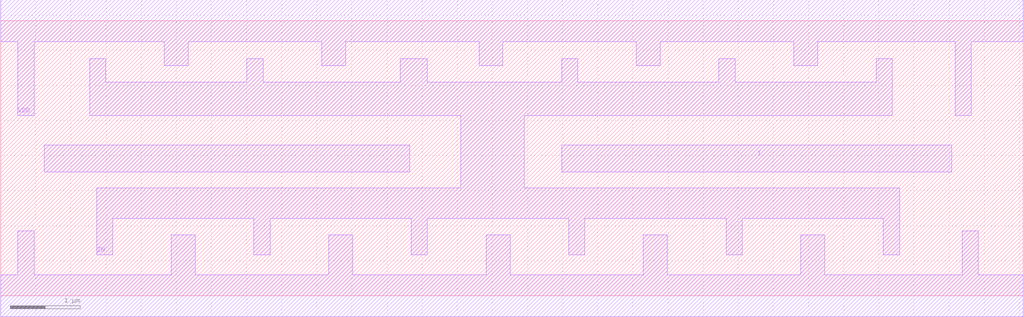
<source format=lef>
# Copyright 2022 GlobalFoundries PDK Authors
#
# Licensed under the Apache License, Version 2.0 (the "License");
# you may not use this file except in compliance with the License.
# You may obtain a copy of the License at
#
#      http://www.apache.org/licenses/LICENSE-2.0
#
# Unless required by applicable law or agreed to in writing, software
# distributed under the License is distributed on an "AS IS" BASIS,
# WITHOUT WARRANTIES OR CONDITIONS OF ANY KIND, either express or implied.
# See the License for the specific language governing permissions and
# limitations under the License.

MACRO gf180mcu_fd_sc_mcu7t5v0__clkinv_12
  CLASS core ;
  FOREIGN gf180mcu_fd_sc_mcu7t5v0__clkinv_12 0.0 0.0 ;
  ORIGIN 0 0 ;
  SYMMETRY X Y ;
  SITE GF018hv5v_mcu_sc7 ;
  SIZE 14.56 BY 3.92 ;
  PIN I
    DIRECTION INPUT ;
    ANTENNAGATEAREA 10.776 ;
    PORT
      LAYER Metal1 ;
        POLYGON 0.62 1.765 5.82 1.765 5.82 2.15 0.62 2.15  ;
        POLYGON 7.99 1.765 13.54 1.765 13.54 2.15 7.99 2.15  ;
    END
  END I
  PIN ZN
    DIRECTION OUTPUT ;
    ANTENNADIFFAREA 6.036 ;
    PORT
      LAYER Metal1 ;
        POLYGON 1.265 2.57 6.55 2.57 6.55 1.535 1.365 1.535 1.365 0.585 1.595 0.585 1.595 1.1 3.605 1.1 3.605 0.585 3.835 0.585 3.835 1.1 5.845 1.1 5.845 0.585 6.075 0.585 6.075 1.1 8.085 1.1 8.085 0.585 8.315 0.585 8.315 1.1 10.325 1.1 10.325 0.585 10.555 0.585 10.555 1.1 12.565 1.1 12.565 0.585 12.795 0.585 12.795 1.535 7.45 1.535 7.45 2.57 12.695 2.57 12.695 3.38 12.465 3.38 12.465 3.045 10.455 3.045 10.455 3.38 10.225 3.38 10.225 3.045 8.215 3.045 8.215 3.38 7.985 3.38 7.985 3.045 6.07 3.045 6.07 3.38 5.69 3.38 5.69 3.05 3.735 3.05 3.735 3.38 3.505 3.38 3.505 3.05 1.495 3.05 1.495 3.38 1.265 3.38  ;
    END
  END ZN
  PIN VDD
    DIRECTION INOUT ;
    USE power ;
    SHAPE ABUTMENT ;
    PORT
      LAYER Metal1 ;
        POLYGON 0 3.62 0.245 3.62 0.245 2.57 0.475 2.57 0.475 3.62 2.33 3.62 2.33 3.28 2.67 3.28 2.67 3.62 4.57 3.62 4.57 3.28 4.91 3.28 4.91 3.62 6.81 3.62 6.81 3.28 7.15 3.28 7.15 3.62 9.05 3.62 9.05 3.28 9.39 3.28 9.39 3.62 11.29 3.62 11.29 3.28 11.63 3.28 11.63 3.62 13.585 3.62 13.585 2.57 13.815 2.57 13.815 3.62 14.56 3.62 14.56 4.22 0 4.22  ;
    END
  END VDD
  PIN VSS
    DIRECTION INOUT ;
    USE ground ;
    SHAPE ABUTMENT ;
    PORT
      LAYER Metal1 ;
        POLYGON 0 -0.3 14.56 -0.3 14.56 0.3 13.915 0.3 13.915 0.925 13.685 0.925 13.685 0.3 11.73 0.3 11.73 0.87 11.39 0.87 11.39 0.3 9.49 0.3 9.49 0.87 9.15 0.87 9.15 0.3 7.25 0.3 7.25 0.87 6.91 0.87 6.91 0.3 5.01 0.3 5.01 0.87 4.67 0.87 4.67 0.3 2.77 0.3 2.77 0.87 2.43 0.87 2.43 0.3 0.475 0.3 0.475 0.925 0.245 0.925 0.245 0.3 0 0.3  ;
    END
  END VSS
END gf180mcu_fd_sc_mcu7t5v0__clkinv_12

</source>
